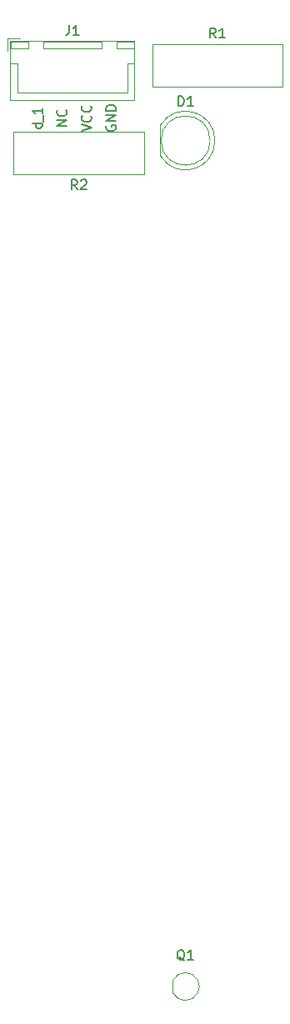
<source format=gbr>
%TF.GenerationSoftware,KiCad,Pcbnew,(5.1.10)-1*%
%TF.CreationDate,2021-08-01T16:07:59+01:00*%
%TF.ProjectId,ir_sensor,69725f73-656e-4736-9f72-2e6b69636164,rev?*%
%TF.SameCoordinates,Original*%
%TF.FileFunction,Legend,Top*%
%TF.FilePolarity,Positive*%
%FSLAX46Y46*%
G04 Gerber Fmt 4.6, Leading zero omitted, Abs format (unit mm)*
G04 Created by KiCad (PCBNEW (5.1.10)-1) date 2021-08-01 16:07:59*
%MOMM*%
%LPD*%
G01*
G04 APERTURE LIST*
%ADD10C,0.150000*%
%ADD11C,0.120000*%
G04 APERTURE END LIST*
D10*
X145952380Y-35785714D02*
X144952380Y-35785714D01*
X145952380Y-35214285D01*
X144952380Y-35214285D01*
X145857142Y-34166666D02*
X145904761Y-34214285D01*
X145952380Y-34357142D01*
X145952380Y-34452380D01*
X145904761Y-34595238D01*
X145809523Y-34690476D01*
X145714285Y-34738095D01*
X145523809Y-34785714D01*
X145380952Y-34785714D01*
X145190476Y-34738095D01*
X145095238Y-34690476D01*
X145000000Y-34595238D01*
X144952380Y-34452380D01*
X144952380Y-34357142D01*
X145000000Y-34214285D01*
X145047619Y-34166666D01*
X150000000Y-35761904D02*
X149952380Y-35857142D01*
X149952380Y-36000000D01*
X150000000Y-36142857D01*
X150095238Y-36238095D01*
X150190476Y-36285714D01*
X150380952Y-36333333D01*
X150523809Y-36333333D01*
X150714285Y-36285714D01*
X150809523Y-36238095D01*
X150904761Y-36142857D01*
X150952380Y-36000000D01*
X150952380Y-35904761D01*
X150904761Y-35761904D01*
X150857142Y-35714285D01*
X150523809Y-35714285D01*
X150523809Y-35904761D01*
X150952380Y-35285714D02*
X149952380Y-35285714D01*
X150952380Y-34714285D01*
X149952380Y-34714285D01*
X150952380Y-34238095D02*
X149952380Y-34238095D01*
X149952380Y-34000000D01*
X150000000Y-33857142D01*
X150095238Y-33761904D01*
X150190476Y-33714285D01*
X150380952Y-33666666D01*
X150523809Y-33666666D01*
X150714285Y-33714285D01*
X150809523Y-33761904D01*
X150904761Y-33857142D01*
X150952380Y-34000000D01*
X150952380Y-34238095D01*
X143452380Y-35578571D02*
X142452380Y-35578571D01*
X143404761Y-35578571D02*
X143452380Y-35664285D01*
X143452380Y-35835714D01*
X143404761Y-35921428D01*
X143357142Y-35964285D01*
X143261904Y-36007142D01*
X142976190Y-36007142D01*
X142880952Y-35964285D01*
X142833333Y-35921428D01*
X142785714Y-35835714D01*
X142785714Y-35664285D01*
X142833333Y-35578571D01*
X143547619Y-35364285D02*
X143547619Y-34678571D01*
X143452380Y-33992857D02*
X143452380Y-34507142D01*
X143452380Y-34250000D02*
X142452380Y-34250000D01*
X142595238Y-34335714D01*
X142690476Y-34421428D01*
X142738095Y-34507142D01*
X147452380Y-36333333D02*
X148452380Y-36000000D01*
X147452380Y-35666666D01*
X148357142Y-34761904D02*
X148404761Y-34809523D01*
X148452380Y-34952380D01*
X148452380Y-35047619D01*
X148404761Y-35190476D01*
X148309523Y-35285714D01*
X148214285Y-35333333D01*
X148023809Y-35380952D01*
X147880952Y-35380952D01*
X147690476Y-35333333D01*
X147595238Y-35285714D01*
X147500000Y-35190476D01*
X147452380Y-35047619D01*
X147452380Y-34952380D01*
X147500000Y-34809523D01*
X147547619Y-34761904D01*
X148357142Y-33761904D02*
X148404761Y-33809523D01*
X148452380Y-33952380D01*
X148452380Y-34047619D01*
X148404761Y-34190476D01*
X148309523Y-34285714D01*
X148214285Y-34333333D01*
X148023809Y-34380952D01*
X147880952Y-34380952D01*
X147690476Y-34333333D01*
X147595238Y-34285714D01*
X147500000Y-34190476D01*
X147452380Y-34047619D01*
X147452380Y-33952380D01*
X147500000Y-33809523D01*
X147547619Y-33761904D01*
D11*
%TO.C,R2*%
X153790000Y-40670000D02*
X140550000Y-40670000D01*
X153790000Y-36430000D02*
X140550000Y-36430000D01*
X153790000Y-40670000D02*
X153790000Y-36430000D01*
X140550000Y-40670000D02*
X140550000Y-36430000D01*
%TO.C,R1*%
X154630000Y-27540000D02*
X167870000Y-27540000D01*
X154630000Y-31780000D02*
X167870000Y-31780000D01*
X154630000Y-27540000D02*
X154630000Y-31780000D01*
X167870000Y-27540000D02*
X167870000Y-31780000D01*
%TO.C,Q1*%
X159269998Y-122540001D02*
G75*
G02*
X159269998Y-123809999I-1269998J-634999D01*
G01*
X156730001Y-122540000D02*
G75*
G02*
X159269999Y-122540001I1269999J-635000D01*
G01*
X159269999Y-123810000D02*
G75*
G02*
X156730001Y-123809999I-1269999J635000D01*
G01*
X156730001Y-122540000D02*
X156730001Y-123809999D01*
%TO.C,J1*%
X140220000Y-27200000D02*
X140220000Y-33170000D01*
X140220000Y-33170000D02*
X152840000Y-33170000D01*
X152840000Y-33170000D02*
X152840000Y-27200000D01*
X152840000Y-27200000D02*
X140220000Y-27200000D01*
X143530000Y-27210000D02*
X143530000Y-27960000D01*
X143530000Y-27960000D02*
X149530000Y-27960000D01*
X149530000Y-27960000D02*
X149530000Y-27210000D01*
X149530000Y-27210000D02*
X143530000Y-27210000D01*
X140230000Y-27210000D02*
X140230000Y-27960000D01*
X140230000Y-27960000D02*
X142030000Y-27960000D01*
X142030000Y-27960000D02*
X142030000Y-27210000D01*
X142030000Y-27210000D02*
X140230000Y-27210000D01*
X151030000Y-27210000D02*
X151030000Y-27960000D01*
X151030000Y-27960000D02*
X152830000Y-27960000D01*
X152830000Y-27960000D02*
X152830000Y-27210000D01*
X152830000Y-27210000D02*
X151030000Y-27210000D01*
X140230000Y-29460000D02*
X140980000Y-29460000D01*
X140980000Y-29460000D02*
X140980000Y-32410000D01*
X140980000Y-32410000D02*
X146530000Y-32410000D01*
X152830000Y-29460000D02*
X152080000Y-29460000D01*
X152080000Y-29460000D02*
X152080000Y-32410000D01*
X152080000Y-32410000D02*
X146530000Y-32410000D01*
X141180000Y-26910000D02*
X139930000Y-26910000D01*
X139930000Y-26910000D02*
X139930000Y-28160000D01*
%TO.C,D1*%
X161010000Y-37279538D02*
G75*
G02*
X155460000Y-38824830I-2990000J-462D01*
G01*
X161010000Y-37280462D02*
G75*
G03*
X155460000Y-35735170I-2990000J462D01*
G01*
X160520000Y-37280000D02*
G75*
G03*
X160520000Y-37280000I-2500000J0D01*
G01*
X155460000Y-35735000D02*
X155460000Y-38825000D01*
%TO.C,R2*%
D10*
X147003333Y-42252380D02*
X146670000Y-41776190D01*
X146431904Y-42252380D02*
X146431904Y-41252380D01*
X146812857Y-41252380D01*
X146908095Y-41300000D01*
X146955714Y-41347619D01*
X147003333Y-41442857D01*
X147003333Y-41585714D01*
X146955714Y-41680952D01*
X146908095Y-41728571D01*
X146812857Y-41776190D01*
X146431904Y-41776190D01*
X147384285Y-41347619D02*
X147431904Y-41300000D01*
X147527142Y-41252380D01*
X147765238Y-41252380D01*
X147860476Y-41300000D01*
X147908095Y-41347619D01*
X147955714Y-41442857D01*
X147955714Y-41538095D01*
X147908095Y-41680952D01*
X147336666Y-42252380D01*
X147955714Y-42252380D01*
%TO.C,R1*%
X161083333Y-26862380D02*
X160750000Y-26386190D01*
X160511904Y-26862380D02*
X160511904Y-25862380D01*
X160892857Y-25862380D01*
X160988095Y-25910000D01*
X161035714Y-25957619D01*
X161083333Y-26052857D01*
X161083333Y-26195714D01*
X161035714Y-26290952D01*
X160988095Y-26338571D01*
X160892857Y-26386190D01*
X160511904Y-26386190D01*
X162035714Y-26862380D02*
X161464285Y-26862380D01*
X161750000Y-26862380D02*
X161750000Y-25862380D01*
X161654761Y-26005238D01*
X161559523Y-26100476D01*
X161464285Y-26148095D01*
%TO.C,Q1*%
X157904761Y-120547619D02*
X157809523Y-120500000D01*
X157714285Y-120404761D01*
X157571428Y-120261904D01*
X157476190Y-120214285D01*
X157380952Y-120214285D01*
X157428571Y-120452380D02*
X157333333Y-120404761D01*
X157238095Y-120309523D01*
X157190476Y-120119047D01*
X157190476Y-119785714D01*
X157238095Y-119595238D01*
X157333333Y-119500000D01*
X157428571Y-119452380D01*
X157619047Y-119452380D01*
X157714285Y-119500000D01*
X157809523Y-119595238D01*
X157857142Y-119785714D01*
X157857142Y-120119047D01*
X157809523Y-120309523D01*
X157714285Y-120404761D01*
X157619047Y-120452380D01*
X157428571Y-120452380D01*
X158809523Y-120452380D02*
X158238095Y-120452380D01*
X158523809Y-120452380D02*
X158523809Y-119452380D01*
X158428571Y-119595238D01*
X158333333Y-119690476D01*
X158238095Y-119738095D01*
%TO.C,J1*%
X146196666Y-25562380D02*
X146196666Y-26276666D01*
X146149047Y-26419523D01*
X146053809Y-26514761D01*
X145910952Y-26562380D01*
X145815714Y-26562380D01*
X147196666Y-26562380D02*
X146625238Y-26562380D01*
X146910952Y-26562380D02*
X146910952Y-25562380D01*
X146815714Y-25705238D01*
X146720476Y-25800476D01*
X146625238Y-25848095D01*
%TO.C,D1*%
X157281904Y-33772380D02*
X157281904Y-32772380D01*
X157520000Y-32772380D01*
X157662857Y-32820000D01*
X157758095Y-32915238D01*
X157805714Y-33010476D01*
X157853333Y-33200952D01*
X157853333Y-33343809D01*
X157805714Y-33534285D01*
X157758095Y-33629523D01*
X157662857Y-33724761D01*
X157520000Y-33772380D01*
X157281904Y-33772380D01*
X158805714Y-33772380D02*
X158234285Y-33772380D01*
X158520000Y-33772380D02*
X158520000Y-32772380D01*
X158424761Y-32915238D01*
X158329523Y-33010476D01*
X158234285Y-33058095D01*
%TD*%
M02*

</source>
